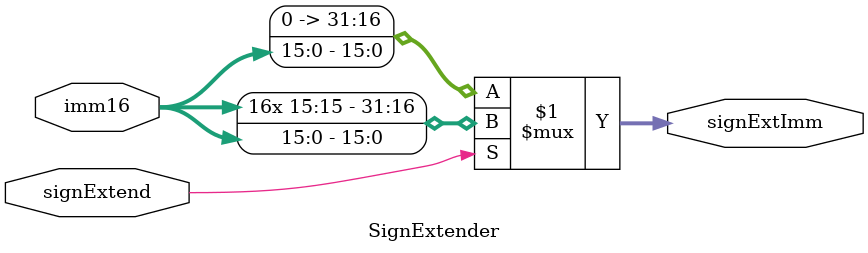
<source format=v>
`timescale 1ns / 1ps
module SignExtender(signExtImm, signExtend, imm16);
output [31:0] signExtImm;
input [15:0] imm16;
input signExtend;
assign signExtImm = signExtend? ({{16{imm16[15]}}, imm16[15:0]}):
{16'b0,imm16[15:0]};
endmodule
</source>
